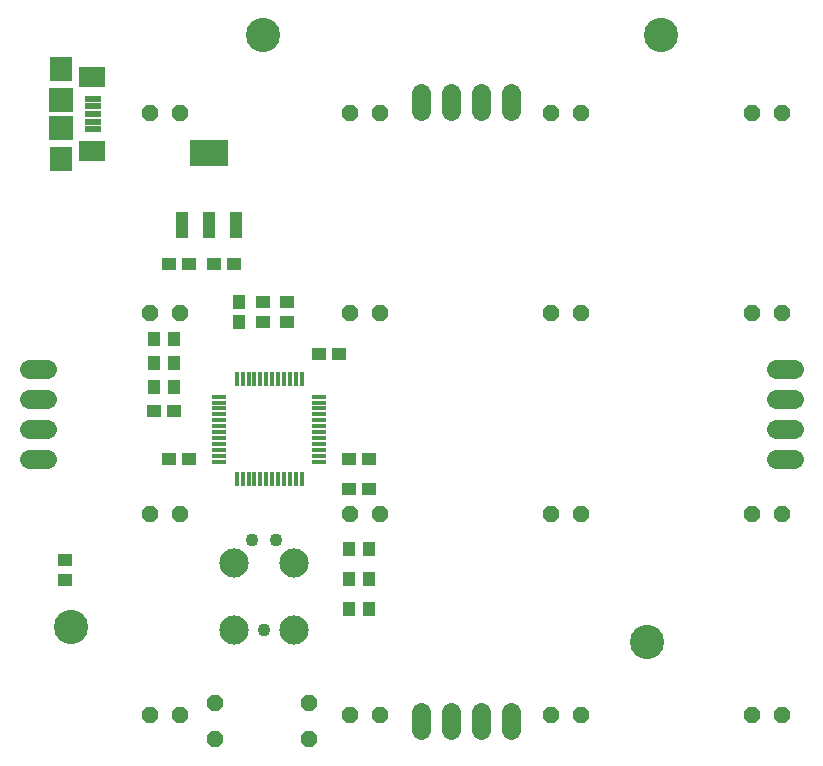
<source format=gbr>
G04 EAGLE Gerber RS-274X export*
G75*
%MOMM*%
%FSLAX34Y34*%
%LPD*%
%INSoldermask Bottom*%
%IPPOS*%
%AMOC8*
5,1,8,0,0,1.08239X$1,22.5*%
G01*
%ADD10R,1.201600X1.101600*%
%ADD11R,1.101600X1.201600*%
%ADD12P,1.539592X8X22.500000*%
%ADD13C,1.092200*%
%ADD14C,2.476400*%
%ADD15R,1.447800X0.508000*%
%ADD16R,2.209800X1.701800*%
%ADD17R,1.905000X2.006600*%
%ADD18R,2.006600X2.006600*%
%ADD19C,1.625600*%
%ADD20P,1.539592X8X202.500000*%
%ADD21R,1.295400X0.406400*%
%ADD22R,0.406400X1.295400*%
%ADD23R,1.003200X2.167600*%
%ADD24R,3.303200X2.167600*%
%ADD25C,2.901600*%


D10*
X300600Y266700D03*
X283600Y266700D03*
X275200Y355600D03*
X258200Y355600D03*
X131200Y266700D03*
X148200Y266700D03*
X118500Y307340D03*
X135500Y307340D03*
D11*
X190500Y399660D03*
X190500Y382660D03*
D10*
X300600Y241300D03*
X283600Y241300D03*
X131200Y431800D03*
X148200Y431800D03*
X186300Y431800D03*
X169300Y431800D03*
D12*
X114600Y560000D03*
X140000Y560000D03*
X284600Y220000D03*
X310000Y220000D03*
X454600Y220000D03*
X480000Y220000D03*
X624600Y220000D03*
X650000Y220000D03*
X114600Y50000D03*
X140000Y50000D03*
X284600Y50000D03*
X310000Y50000D03*
X454600Y50000D03*
X480000Y50000D03*
X624600Y50000D03*
X650000Y50000D03*
X284600Y560000D03*
X310000Y560000D03*
X454600Y560000D03*
X480000Y560000D03*
X624600Y560000D03*
X650000Y560000D03*
X114600Y390000D03*
X140000Y390000D03*
X284600Y390000D03*
X310000Y390000D03*
X454600Y390000D03*
X480000Y390000D03*
X624600Y390000D03*
X650000Y390000D03*
X114600Y220000D03*
X140000Y220000D03*
D13*
X211820Y121920D03*
X201660Y198120D03*
X221980Y198120D03*
D14*
X237220Y121920D03*
X237220Y179070D03*
X186420Y179070D03*
X186420Y121920D03*
D15*
X66743Y545800D03*
X66743Y552300D03*
X66743Y558800D03*
X66743Y565300D03*
X66743Y571800D03*
D16*
X65493Y527800D03*
X65493Y589800D03*
D17*
X39993Y520800D03*
X39993Y596800D03*
D18*
X39993Y546800D03*
X39993Y570800D03*
D19*
X420400Y52720D02*
X420400Y37480D01*
X395000Y37480D02*
X395000Y52720D01*
X369600Y52720D02*
X369600Y37480D01*
X344200Y37480D02*
X344200Y52720D01*
X344200Y561582D02*
X344200Y576822D01*
X369600Y576822D02*
X369600Y561582D01*
X395000Y561582D02*
X395000Y576822D01*
X420400Y576822D02*
X420400Y561582D01*
X645160Y266700D02*
X660400Y266700D01*
X660400Y292100D02*
X645160Y292100D01*
X645160Y317500D02*
X660400Y317500D01*
X660400Y342900D02*
X645160Y342900D01*
X27940Y342900D02*
X12700Y342900D01*
X12700Y317500D02*
X27940Y317500D01*
X27940Y292100D02*
X12700Y292100D01*
X12700Y266700D02*
X27940Y266700D01*
D11*
X135500Y327660D03*
X118500Y327660D03*
D10*
X43180Y164220D03*
X43180Y181220D03*
D11*
X135500Y347980D03*
X118500Y347980D03*
X135500Y368300D03*
X118500Y368300D03*
D10*
X210820Y382660D03*
X210820Y399660D03*
X231140Y399660D03*
X231140Y382660D03*
D11*
X300600Y190500D03*
X283600Y190500D03*
X300600Y165100D03*
X283600Y165100D03*
X300600Y139700D03*
X283600Y139700D03*
D12*
X170000Y60000D03*
X250000Y60000D03*
D20*
X250000Y30000D03*
X170000Y30000D03*
D21*
X173400Y264600D03*
X173400Y269600D03*
X173400Y274600D03*
X173400Y279600D03*
X173400Y284600D03*
X173400Y289600D03*
X173400Y294600D03*
X173400Y299600D03*
X173400Y304600D03*
X173400Y309600D03*
X173400Y314600D03*
X173400Y319600D03*
D22*
X188400Y334600D03*
X193400Y334600D03*
X198400Y334600D03*
X203400Y334600D03*
X208400Y334600D03*
X213400Y334600D03*
X218400Y334600D03*
X223400Y334600D03*
X228400Y334600D03*
X233400Y334600D03*
X238400Y334600D03*
X243400Y334600D03*
D21*
X258400Y319600D03*
X258400Y314600D03*
X258400Y309600D03*
X258400Y304600D03*
X258400Y299600D03*
X258400Y294600D03*
X258400Y289600D03*
X258400Y284600D03*
X258400Y279600D03*
X258400Y274600D03*
X258400Y269600D03*
X258400Y264600D03*
D22*
X243400Y249600D03*
X238400Y249600D03*
X233400Y249600D03*
X228400Y249600D03*
X223400Y249600D03*
X218400Y249600D03*
X213400Y249600D03*
X208400Y249600D03*
X203400Y249600D03*
X198400Y249600D03*
X193400Y249600D03*
X188400Y249600D03*
D23*
X188100Y464542D03*
X165100Y464542D03*
X142100Y464542D03*
D24*
X165100Y526058D03*
D25*
X547370Y625856D03*
X535940Y111760D03*
X48260Y124460D03*
X210820Y625856D03*
M02*

</source>
